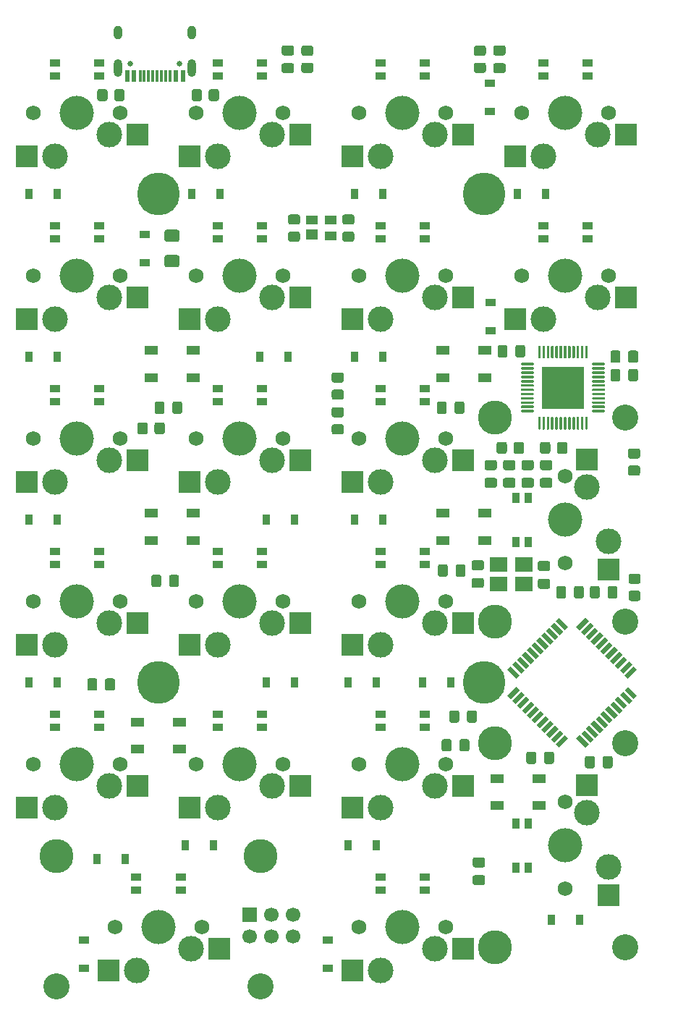
<source format=gbr>
%TF.GenerationSoftware,KiCad,Pcbnew,(5.1.9)-1*%
%TF.CreationDate,2021-06-12T17:38:07+02:00*%
%TF.ProjectId,tfk20-avr,74666b32-302d-4617-9672-2e6b69636164,rev?*%
%TF.SameCoordinates,Original*%
%TF.FileFunction,Soldermask,Bot*%
%TF.FilePolarity,Negative*%
%FSLAX46Y46*%
G04 Gerber Fmt 4.6, Leading zero omitted, Abs format (unit mm)*
G04 Created by KiCad (PCBNEW (5.1.9)-1) date 2021-06-12 17:38:07*
%MOMM*%
%LPD*%
G01*
G04 APERTURE LIST*
%ADD10C,3.000000*%
%ADD11C,4.000000*%
%ADD12C,1.750000*%
%ADD13R,2.550000X2.500000*%
%ADD14R,1.500000X1.000000*%
%ADD15C,0.100000*%
%ADD16R,1.190000X0.900000*%
%ADD17O,1.000000X1.600000*%
%ADD18C,0.650000*%
%ADD19O,1.000000X2.100000*%
%ADD20R,0.300000X1.450000*%
%ADD21R,0.600000X1.450000*%
%ADD22C,5.000000*%
%ADD23R,2.100000X1.800000*%
%ADD24R,5.000000X5.000000*%
%ADD25R,2.500000X2.550000*%
%ADD26C,1.700000*%
%ADD27R,1.700000X1.700000*%
%ADD28C,3.987800*%
%ADD29C,3.048000*%
%ADD30R,0.900000X1.190000*%
%ADD31R,0.900000X1.200000*%
%ADD32R,1.200000X0.900000*%
%ADD33R,1.400000X1.200000*%
%ADD34R,1.400000X1.000000*%
G04 APERTURE END LIST*
D10*
%TO.C,MX10*%
X139541250Y-89058750D03*
X133191250Y-91598750D03*
D11*
X135731250Y-86518750D03*
D12*
X140811250Y-86518750D03*
X130651250Y-86518750D03*
D13*
X142816250Y-89058750D03*
X129889250Y-91598750D03*
%TD*%
%TO.C,R1*%
G36*
G01*
X126949000Y-84893999D02*
X126949000Y-85794001D01*
G75*
G02*
X126699001Y-86044000I-249999J0D01*
G01*
X125998999Y-86044000D01*
G75*
G02*
X125749000Y-85794001I0J249999D01*
G01*
X125749000Y-84893999D01*
G75*
G02*
X125998999Y-84644000I249999J0D01*
G01*
X126699001Y-84644000D01*
G75*
G02*
X126949000Y-84893999I0J-249999D01*
G01*
G37*
G36*
G01*
X124949000Y-84893999D02*
X124949000Y-85794001D01*
G75*
G02*
X124699001Y-86044000I-249999J0D01*
G01*
X123998999Y-86044000D01*
G75*
G02*
X123749000Y-85794001I0J249999D01*
G01*
X123749000Y-84893999D01*
G75*
G02*
X123998999Y-84644000I249999J0D01*
G01*
X124699001Y-84644000D01*
G75*
G02*
X124949000Y-84893999I0J-249999D01*
G01*
G37*
%TD*%
D14*
%TO.C,D30*%
X159475000Y-98437500D03*
X159475000Y-95237500D03*
X164375000Y-98437500D03*
X164375000Y-95237500D03*
%TD*%
%TO.C,D29*%
X159475000Y-79387500D03*
X159475000Y-76187500D03*
X164375000Y-79387500D03*
X164375000Y-76187500D03*
%TD*%
%TO.C,D28*%
X125343750Y-79387500D03*
X125343750Y-76187500D03*
X130243750Y-79387500D03*
X130243750Y-76187500D03*
%TD*%
%TO.C,D27*%
X125343750Y-98437500D03*
X125343750Y-95237500D03*
X130243750Y-98437500D03*
X130243750Y-95237500D03*
%TD*%
%TO.C,D26*%
X123788000Y-122885000D03*
X123788000Y-119685000D03*
X128688000Y-122885000D03*
X128688000Y-119685000D03*
%TD*%
%TO.C,D25*%
X165825000Y-129489000D03*
X165825000Y-126289000D03*
X170725000Y-129489000D03*
X170725000Y-126289000D03*
%TD*%
%TO.C,C16*%
G36*
G01*
X160978000Y-102456000D02*
X160978000Y-101506000D01*
G75*
G02*
X161228000Y-101256000I250000J0D01*
G01*
X161903000Y-101256000D01*
G75*
G02*
X162153000Y-101506000I0J-250000D01*
G01*
X162153000Y-102456000D01*
G75*
G02*
X161903000Y-102706000I-250000J0D01*
G01*
X161228000Y-102706000D01*
G75*
G02*
X160978000Y-102456000I0J250000D01*
G01*
G37*
G36*
G01*
X158903000Y-102456000D02*
X158903000Y-101506000D01*
G75*
G02*
X159153000Y-101256000I250000J0D01*
G01*
X159828000Y-101256000D01*
G75*
G02*
X160078000Y-101506000I0J-250000D01*
G01*
X160078000Y-102456000D01*
G75*
G02*
X159828000Y-102706000I-250000J0D01*
G01*
X159153000Y-102706000D01*
G75*
G02*
X158903000Y-102456000I0J250000D01*
G01*
G37*
%TD*%
%TO.C,C15*%
G36*
G01*
X160851000Y-83406000D02*
X160851000Y-82456000D01*
G75*
G02*
X161101000Y-82206000I250000J0D01*
G01*
X161776000Y-82206000D01*
G75*
G02*
X162026000Y-82456000I0J-250000D01*
G01*
X162026000Y-83406000D01*
G75*
G02*
X161776000Y-83656000I-250000J0D01*
G01*
X161101000Y-83656000D01*
G75*
G02*
X160851000Y-83406000I0J250000D01*
G01*
G37*
G36*
G01*
X158776000Y-83406000D02*
X158776000Y-82456000D01*
G75*
G02*
X159026000Y-82206000I250000J0D01*
G01*
X159701000Y-82206000D01*
G75*
G02*
X159951000Y-82456000I0J-250000D01*
G01*
X159951000Y-83406000D01*
G75*
G02*
X159701000Y-83656000I-250000J0D01*
G01*
X159026000Y-83656000D01*
G75*
G02*
X158776000Y-83406000I0J250000D01*
G01*
G37*
%TD*%
%TO.C,C14*%
G36*
G01*
X127831000Y-83406000D02*
X127831000Y-82456000D01*
G75*
G02*
X128081000Y-82206000I250000J0D01*
G01*
X128756000Y-82206000D01*
G75*
G02*
X129006000Y-82456000I0J-250000D01*
G01*
X129006000Y-83406000D01*
G75*
G02*
X128756000Y-83656000I-250000J0D01*
G01*
X128081000Y-83656000D01*
G75*
G02*
X127831000Y-83406000I0J250000D01*
G01*
G37*
G36*
G01*
X125756000Y-83406000D02*
X125756000Y-82456000D01*
G75*
G02*
X126006000Y-82206000I250000J0D01*
G01*
X126681000Y-82206000D01*
G75*
G02*
X126931000Y-82456000I0J-250000D01*
G01*
X126931000Y-83406000D01*
G75*
G02*
X126681000Y-83656000I-250000J0D01*
G01*
X126006000Y-83656000D01*
G75*
G02*
X125756000Y-83406000I0J250000D01*
G01*
G37*
%TD*%
%TO.C,C13*%
G36*
G01*
X127450000Y-103662500D02*
X127450000Y-102712500D01*
G75*
G02*
X127700000Y-102462500I250000J0D01*
G01*
X128375000Y-102462500D01*
G75*
G02*
X128625000Y-102712500I0J-250000D01*
G01*
X128625000Y-103662500D01*
G75*
G02*
X128375000Y-103912500I-250000J0D01*
G01*
X127700000Y-103912500D01*
G75*
G02*
X127450000Y-103662500I0J250000D01*
G01*
G37*
G36*
G01*
X125375000Y-103662500D02*
X125375000Y-102712500D01*
G75*
G02*
X125625000Y-102462500I250000J0D01*
G01*
X126300000Y-102462500D01*
G75*
G02*
X126550000Y-102712500I0J-250000D01*
G01*
X126550000Y-103662500D01*
G75*
G02*
X126300000Y-103912500I-250000J0D01*
G01*
X125625000Y-103912500D01*
G75*
G02*
X125375000Y-103662500I0J250000D01*
G01*
G37*
%TD*%
%TO.C,C12*%
G36*
G01*
X119057000Y-114841000D02*
X119057000Y-115791000D01*
G75*
G02*
X118807000Y-116041000I-250000J0D01*
G01*
X118132000Y-116041000D01*
G75*
G02*
X117882000Y-115791000I0J250000D01*
G01*
X117882000Y-114841000D01*
G75*
G02*
X118132000Y-114591000I250000J0D01*
G01*
X118807000Y-114591000D01*
G75*
G02*
X119057000Y-114841000I0J-250000D01*
G01*
G37*
G36*
G01*
X121132000Y-114841000D02*
X121132000Y-115791000D01*
G75*
G02*
X120882000Y-116041000I-250000J0D01*
G01*
X120207000Y-116041000D01*
G75*
G02*
X119957000Y-115791000I0J250000D01*
G01*
X119957000Y-114841000D01*
G75*
G02*
X120207000Y-114591000I250000J0D01*
G01*
X120882000Y-114591000D01*
G75*
G02*
X121132000Y-114841000I0J-250000D01*
G01*
G37*
%TD*%
%TO.C,C11*%
G36*
G01*
X163228000Y-137610000D02*
X164178000Y-137610000D01*
G75*
G02*
X164428000Y-137860000I0J-250000D01*
G01*
X164428000Y-138535000D01*
G75*
G02*
X164178000Y-138785000I-250000J0D01*
G01*
X163228000Y-138785000D01*
G75*
G02*
X162978000Y-138535000I0J250000D01*
G01*
X162978000Y-137860000D01*
G75*
G02*
X163228000Y-137610000I250000J0D01*
G01*
G37*
G36*
G01*
X163228000Y-135535000D02*
X164178000Y-135535000D01*
G75*
G02*
X164428000Y-135785000I0J-250000D01*
G01*
X164428000Y-136460000D01*
G75*
G02*
X164178000Y-136710000I-250000J0D01*
G01*
X163228000Y-136710000D01*
G75*
G02*
X162978000Y-136460000I0J250000D01*
G01*
X162978000Y-135785000D01*
G75*
G02*
X163228000Y-135535000I250000J0D01*
G01*
G37*
%TD*%
D15*
%TO.C,U1*%
G36*
X173087042Y-122677470D02*
G01*
X172698134Y-122288562D01*
X173758794Y-121227902D01*
X174147702Y-121616810D01*
X173087042Y-122677470D01*
G37*
G36*
X172521357Y-122111784D02*
G01*
X172132449Y-121722876D01*
X173193109Y-120662216D01*
X173582017Y-121051124D01*
X172521357Y-122111784D01*
G37*
G36*
X171955672Y-121546099D02*
G01*
X171566764Y-121157191D01*
X172627424Y-120096531D01*
X173016332Y-120485439D01*
X171955672Y-121546099D01*
G37*
G36*
X171389986Y-120980414D02*
G01*
X171001078Y-120591506D01*
X172061738Y-119530846D01*
X172450646Y-119919754D01*
X171389986Y-120980414D01*
G37*
G36*
X170824301Y-120414728D02*
G01*
X170435393Y-120025820D01*
X171496053Y-118965160D01*
X171884961Y-119354068D01*
X170824301Y-120414728D01*
G37*
G36*
X170258615Y-119849043D02*
G01*
X169869707Y-119460135D01*
X170930367Y-118399475D01*
X171319275Y-118788383D01*
X170258615Y-119849043D01*
G37*
G36*
X169692930Y-119283357D02*
G01*
X169304022Y-118894449D01*
X170364682Y-117833789D01*
X170753590Y-118222697D01*
X169692930Y-119283357D01*
G37*
G36*
X169127244Y-118717672D02*
G01*
X168738336Y-118328764D01*
X169798996Y-117268104D01*
X170187904Y-117657012D01*
X169127244Y-118717672D01*
G37*
G36*
X168561559Y-118151986D02*
G01*
X168172651Y-117763078D01*
X169233311Y-116702418D01*
X169622219Y-117091326D01*
X168561559Y-118151986D01*
G37*
G36*
X167995874Y-117586301D02*
G01*
X167606966Y-117197393D01*
X168667626Y-116136733D01*
X169056534Y-116525641D01*
X167995874Y-117586301D01*
G37*
G36*
X167430188Y-117020616D02*
G01*
X167041280Y-116631708D01*
X168101940Y-115571048D01*
X168490848Y-115959956D01*
X167430188Y-117020616D01*
G37*
G36*
X167041280Y-113555792D02*
G01*
X167430188Y-113166884D01*
X168490848Y-114227544D01*
X168101940Y-114616452D01*
X167041280Y-113555792D01*
G37*
G36*
X167606966Y-112990107D02*
G01*
X167995874Y-112601199D01*
X169056534Y-113661859D01*
X168667626Y-114050767D01*
X167606966Y-112990107D01*
G37*
G36*
X168172651Y-112424422D02*
G01*
X168561559Y-112035514D01*
X169622219Y-113096174D01*
X169233311Y-113485082D01*
X168172651Y-112424422D01*
G37*
G36*
X168738336Y-111858736D02*
G01*
X169127244Y-111469828D01*
X170187904Y-112530488D01*
X169798996Y-112919396D01*
X168738336Y-111858736D01*
G37*
G36*
X169304022Y-111293051D02*
G01*
X169692930Y-110904143D01*
X170753590Y-111964803D01*
X170364682Y-112353711D01*
X169304022Y-111293051D01*
G37*
G36*
X169869707Y-110727365D02*
G01*
X170258615Y-110338457D01*
X171319275Y-111399117D01*
X170930367Y-111788025D01*
X169869707Y-110727365D01*
G37*
G36*
X170435393Y-110161680D02*
G01*
X170824301Y-109772772D01*
X171884961Y-110833432D01*
X171496053Y-111222340D01*
X170435393Y-110161680D01*
G37*
G36*
X171001078Y-109595994D02*
G01*
X171389986Y-109207086D01*
X172450646Y-110267746D01*
X172061738Y-110656654D01*
X171001078Y-109595994D01*
G37*
G36*
X171566764Y-109030309D02*
G01*
X171955672Y-108641401D01*
X173016332Y-109702061D01*
X172627424Y-110090969D01*
X171566764Y-109030309D01*
G37*
G36*
X172132449Y-108464624D02*
G01*
X172521357Y-108075716D01*
X173582017Y-109136376D01*
X173193109Y-109525284D01*
X172132449Y-108464624D01*
G37*
G36*
X172698134Y-107898938D02*
G01*
X173087042Y-107510030D01*
X174147702Y-108570690D01*
X173758794Y-108959598D01*
X172698134Y-107898938D01*
G37*
G36*
X175491206Y-108959598D02*
G01*
X175102298Y-108570690D01*
X176162958Y-107510030D01*
X176551866Y-107898938D01*
X175491206Y-108959598D01*
G37*
G36*
X176056891Y-109525284D02*
G01*
X175667983Y-109136376D01*
X176728643Y-108075716D01*
X177117551Y-108464624D01*
X176056891Y-109525284D01*
G37*
G36*
X176622576Y-110090969D02*
G01*
X176233668Y-109702061D01*
X177294328Y-108641401D01*
X177683236Y-109030309D01*
X176622576Y-110090969D01*
G37*
G36*
X177188262Y-110656654D02*
G01*
X176799354Y-110267746D01*
X177860014Y-109207086D01*
X178248922Y-109595994D01*
X177188262Y-110656654D01*
G37*
G36*
X177753947Y-111222340D02*
G01*
X177365039Y-110833432D01*
X178425699Y-109772772D01*
X178814607Y-110161680D01*
X177753947Y-111222340D01*
G37*
G36*
X178319633Y-111788025D02*
G01*
X177930725Y-111399117D01*
X178991385Y-110338457D01*
X179380293Y-110727365D01*
X178319633Y-111788025D01*
G37*
G36*
X178885318Y-112353711D02*
G01*
X178496410Y-111964803D01*
X179557070Y-110904143D01*
X179945978Y-111293051D01*
X178885318Y-112353711D01*
G37*
G36*
X179451004Y-112919396D02*
G01*
X179062096Y-112530488D01*
X180122756Y-111469828D01*
X180511664Y-111858736D01*
X179451004Y-112919396D01*
G37*
G36*
X180016689Y-113485082D02*
G01*
X179627781Y-113096174D01*
X180688441Y-112035514D01*
X181077349Y-112424422D01*
X180016689Y-113485082D01*
G37*
G36*
X180582374Y-114050767D02*
G01*
X180193466Y-113661859D01*
X181254126Y-112601199D01*
X181643034Y-112990107D01*
X180582374Y-114050767D01*
G37*
G36*
X181148060Y-114616452D02*
G01*
X180759152Y-114227544D01*
X181819812Y-113166884D01*
X182208720Y-113555792D01*
X181148060Y-114616452D01*
G37*
G36*
X180759152Y-115959956D02*
G01*
X181148060Y-115571048D01*
X182208720Y-116631708D01*
X181819812Y-117020616D01*
X180759152Y-115959956D01*
G37*
G36*
X180193466Y-116525641D02*
G01*
X180582374Y-116136733D01*
X181643034Y-117197393D01*
X181254126Y-117586301D01*
X180193466Y-116525641D01*
G37*
G36*
X179627781Y-117091326D02*
G01*
X180016689Y-116702418D01*
X181077349Y-117763078D01*
X180688441Y-118151986D01*
X179627781Y-117091326D01*
G37*
G36*
X179062096Y-117657012D02*
G01*
X179451004Y-117268104D01*
X180511664Y-118328764D01*
X180122756Y-118717672D01*
X179062096Y-117657012D01*
G37*
G36*
X178496410Y-118222697D02*
G01*
X178885318Y-117833789D01*
X179945978Y-118894449D01*
X179557070Y-119283357D01*
X178496410Y-118222697D01*
G37*
G36*
X177930725Y-118788383D02*
G01*
X178319633Y-118399475D01*
X179380293Y-119460135D01*
X178991385Y-119849043D01*
X177930725Y-118788383D01*
G37*
G36*
X177365039Y-119354068D02*
G01*
X177753947Y-118965160D01*
X178814607Y-120025820D01*
X178425699Y-120414728D01*
X177365039Y-119354068D01*
G37*
G36*
X176799354Y-119919754D02*
G01*
X177188262Y-119530846D01*
X178248922Y-120591506D01*
X177860014Y-120980414D01*
X176799354Y-119919754D01*
G37*
G36*
X176233668Y-120485439D02*
G01*
X176622576Y-120096531D01*
X177683236Y-121157191D01*
X177294328Y-121546099D01*
X176233668Y-120485439D01*
G37*
G36*
X175667983Y-121051124D02*
G01*
X176056891Y-120662216D01*
X177117551Y-121722876D01*
X176728643Y-122111784D01*
X175667983Y-121051124D01*
G37*
G36*
X175102298Y-121616810D02*
G01*
X175491206Y-121227902D01*
X176551866Y-122288562D01*
X176162958Y-122677470D01*
X175102298Y-121616810D01*
G37*
%TD*%
D16*
%TO.C,D31*%
X119276250Y-42588750D03*
X114086250Y-44088750D03*
X114086250Y-42588750D03*
X119276250Y-44088750D03*
%TD*%
%TO.C,D36*%
X138326250Y-63138750D03*
X133136250Y-61638750D03*
X133136250Y-63138750D03*
X138326250Y-61638750D03*
%TD*%
D17*
%TO.C,J1*%
X130129375Y-39034375D03*
D18*
X128699375Y-42684375D03*
D17*
X121489375Y-39034375D03*
D18*
X122919375Y-42684375D03*
D19*
X121489375Y-43214375D03*
X130129375Y-43214375D03*
D20*
X125559375Y-44129375D03*
X127559375Y-44129375D03*
X127059375Y-44129375D03*
X126559375Y-44129375D03*
X126059375Y-44129375D03*
X125059375Y-44129375D03*
X124559375Y-44129375D03*
X124059375Y-44129375D03*
D21*
X129059375Y-44129375D03*
X128259375Y-44129375D03*
X123359375Y-44129375D03*
X122559375Y-44129375D03*
X122559375Y-44129375D03*
X123359375Y-44129375D03*
X128259375Y-44129375D03*
X129059375Y-44129375D03*
%TD*%
D22*
%TO.C,H3*%
X126206250Y-115093750D03*
%TD*%
D23*
%TO.C,Y1*%
X168931250Y-103543750D03*
X166031250Y-103543750D03*
X166031250Y-101243750D03*
X168931250Y-101243750D03*
%TD*%
%TO.C,U2*%
G36*
G01*
X168645500Y-83406500D02*
X168645500Y-83256500D01*
G75*
G02*
X168720500Y-83181500I75000J0D01*
G01*
X170045500Y-83181500D01*
G75*
G02*
X170120500Y-83256500I0J-75000D01*
G01*
X170120500Y-83406500D01*
G75*
G02*
X170045500Y-83481500I-75000J0D01*
G01*
X168720500Y-83481500D01*
G75*
G02*
X168645500Y-83406500I0J75000D01*
G01*
G37*
G36*
G01*
X168645500Y-82906500D02*
X168645500Y-82756500D01*
G75*
G02*
X168720500Y-82681500I75000J0D01*
G01*
X170045500Y-82681500D01*
G75*
G02*
X170120500Y-82756500I0J-75000D01*
G01*
X170120500Y-82906500D01*
G75*
G02*
X170045500Y-82981500I-75000J0D01*
G01*
X168720500Y-82981500D01*
G75*
G02*
X168645500Y-82906500I0J75000D01*
G01*
G37*
G36*
G01*
X168645500Y-82406500D02*
X168645500Y-82256500D01*
G75*
G02*
X168720500Y-82181500I75000J0D01*
G01*
X170045500Y-82181500D01*
G75*
G02*
X170120500Y-82256500I0J-75000D01*
G01*
X170120500Y-82406500D01*
G75*
G02*
X170045500Y-82481500I-75000J0D01*
G01*
X168720500Y-82481500D01*
G75*
G02*
X168645500Y-82406500I0J75000D01*
G01*
G37*
G36*
G01*
X168645500Y-81906500D02*
X168645500Y-81756500D01*
G75*
G02*
X168720500Y-81681500I75000J0D01*
G01*
X170045500Y-81681500D01*
G75*
G02*
X170120500Y-81756500I0J-75000D01*
G01*
X170120500Y-81906500D01*
G75*
G02*
X170045500Y-81981500I-75000J0D01*
G01*
X168720500Y-81981500D01*
G75*
G02*
X168645500Y-81906500I0J75000D01*
G01*
G37*
G36*
G01*
X168645500Y-81406500D02*
X168645500Y-81256500D01*
G75*
G02*
X168720500Y-81181500I75000J0D01*
G01*
X170045500Y-81181500D01*
G75*
G02*
X170120500Y-81256500I0J-75000D01*
G01*
X170120500Y-81406500D01*
G75*
G02*
X170045500Y-81481500I-75000J0D01*
G01*
X168720500Y-81481500D01*
G75*
G02*
X168645500Y-81406500I0J75000D01*
G01*
G37*
G36*
G01*
X168645500Y-80906500D02*
X168645500Y-80756500D01*
G75*
G02*
X168720500Y-80681500I75000J0D01*
G01*
X170045500Y-80681500D01*
G75*
G02*
X170120500Y-80756500I0J-75000D01*
G01*
X170120500Y-80906500D01*
G75*
G02*
X170045500Y-80981500I-75000J0D01*
G01*
X168720500Y-80981500D01*
G75*
G02*
X168645500Y-80906500I0J75000D01*
G01*
G37*
G36*
G01*
X168645500Y-80406500D02*
X168645500Y-80256500D01*
G75*
G02*
X168720500Y-80181500I75000J0D01*
G01*
X170045500Y-80181500D01*
G75*
G02*
X170120500Y-80256500I0J-75000D01*
G01*
X170120500Y-80406500D01*
G75*
G02*
X170045500Y-80481500I-75000J0D01*
G01*
X168720500Y-80481500D01*
G75*
G02*
X168645500Y-80406500I0J75000D01*
G01*
G37*
G36*
G01*
X168645500Y-79906500D02*
X168645500Y-79756500D01*
G75*
G02*
X168720500Y-79681500I75000J0D01*
G01*
X170045500Y-79681500D01*
G75*
G02*
X170120500Y-79756500I0J-75000D01*
G01*
X170120500Y-79906500D01*
G75*
G02*
X170045500Y-79981500I-75000J0D01*
G01*
X168720500Y-79981500D01*
G75*
G02*
X168645500Y-79906500I0J75000D01*
G01*
G37*
G36*
G01*
X168645500Y-79406500D02*
X168645500Y-79256500D01*
G75*
G02*
X168720500Y-79181500I75000J0D01*
G01*
X170045500Y-79181500D01*
G75*
G02*
X170120500Y-79256500I0J-75000D01*
G01*
X170120500Y-79406500D01*
G75*
G02*
X170045500Y-79481500I-75000J0D01*
G01*
X168720500Y-79481500D01*
G75*
G02*
X168645500Y-79406500I0J75000D01*
G01*
G37*
G36*
G01*
X168645500Y-78906500D02*
X168645500Y-78756500D01*
G75*
G02*
X168720500Y-78681500I75000J0D01*
G01*
X170045500Y-78681500D01*
G75*
G02*
X170120500Y-78756500I0J-75000D01*
G01*
X170120500Y-78906500D01*
G75*
G02*
X170045500Y-78981500I-75000J0D01*
G01*
X168720500Y-78981500D01*
G75*
G02*
X168645500Y-78906500I0J75000D01*
G01*
G37*
G36*
G01*
X168645500Y-78406500D02*
X168645500Y-78256500D01*
G75*
G02*
X168720500Y-78181500I75000J0D01*
G01*
X170045500Y-78181500D01*
G75*
G02*
X170120500Y-78256500I0J-75000D01*
G01*
X170120500Y-78406500D01*
G75*
G02*
X170045500Y-78481500I-75000J0D01*
G01*
X168720500Y-78481500D01*
G75*
G02*
X168645500Y-78406500I0J75000D01*
G01*
G37*
G36*
G01*
X168645500Y-77906500D02*
X168645500Y-77756500D01*
G75*
G02*
X168720500Y-77681500I75000J0D01*
G01*
X170045500Y-77681500D01*
G75*
G02*
X170120500Y-77756500I0J-75000D01*
G01*
X170120500Y-77906500D01*
G75*
G02*
X170045500Y-77981500I-75000J0D01*
G01*
X168720500Y-77981500D01*
G75*
G02*
X168645500Y-77906500I0J75000D01*
G01*
G37*
G36*
G01*
X170645500Y-77081500D02*
X170645500Y-75756500D01*
G75*
G02*
X170720500Y-75681500I75000J0D01*
G01*
X170870500Y-75681500D01*
G75*
G02*
X170945500Y-75756500I0J-75000D01*
G01*
X170945500Y-77081500D01*
G75*
G02*
X170870500Y-77156500I-75000J0D01*
G01*
X170720500Y-77156500D01*
G75*
G02*
X170645500Y-77081500I0J75000D01*
G01*
G37*
G36*
G01*
X171145500Y-77081500D02*
X171145500Y-75756500D01*
G75*
G02*
X171220500Y-75681500I75000J0D01*
G01*
X171370500Y-75681500D01*
G75*
G02*
X171445500Y-75756500I0J-75000D01*
G01*
X171445500Y-77081500D01*
G75*
G02*
X171370500Y-77156500I-75000J0D01*
G01*
X171220500Y-77156500D01*
G75*
G02*
X171145500Y-77081500I0J75000D01*
G01*
G37*
G36*
G01*
X171645500Y-77081500D02*
X171645500Y-75756500D01*
G75*
G02*
X171720500Y-75681500I75000J0D01*
G01*
X171870500Y-75681500D01*
G75*
G02*
X171945500Y-75756500I0J-75000D01*
G01*
X171945500Y-77081500D01*
G75*
G02*
X171870500Y-77156500I-75000J0D01*
G01*
X171720500Y-77156500D01*
G75*
G02*
X171645500Y-77081500I0J75000D01*
G01*
G37*
G36*
G01*
X172145500Y-77081500D02*
X172145500Y-75756500D01*
G75*
G02*
X172220500Y-75681500I75000J0D01*
G01*
X172370500Y-75681500D01*
G75*
G02*
X172445500Y-75756500I0J-75000D01*
G01*
X172445500Y-77081500D01*
G75*
G02*
X172370500Y-77156500I-75000J0D01*
G01*
X172220500Y-77156500D01*
G75*
G02*
X172145500Y-77081500I0J75000D01*
G01*
G37*
G36*
G01*
X172645500Y-77081500D02*
X172645500Y-75756500D01*
G75*
G02*
X172720500Y-75681500I75000J0D01*
G01*
X172870500Y-75681500D01*
G75*
G02*
X172945500Y-75756500I0J-75000D01*
G01*
X172945500Y-77081500D01*
G75*
G02*
X172870500Y-77156500I-75000J0D01*
G01*
X172720500Y-77156500D01*
G75*
G02*
X172645500Y-77081500I0J75000D01*
G01*
G37*
G36*
G01*
X173145500Y-77081500D02*
X173145500Y-75756500D01*
G75*
G02*
X173220500Y-75681500I75000J0D01*
G01*
X173370500Y-75681500D01*
G75*
G02*
X173445500Y-75756500I0J-75000D01*
G01*
X173445500Y-77081500D01*
G75*
G02*
X173370500Y-77156500I-75000J0D01*
G01*
X173220500Y-77156500D01*
G75*
G02*
X173145500Y-77081500I0J75000D01*
G01*
G37*
G36*
G01*
X173645500Y-77081500D02*
X173645500Y-75756500D01*
G75*
G02*
X173720500Y-75681500I75000J0D01*
G01*
X173870500Y-75681500D01*
G75*
G02*
X173945500Y-75756500I0J-75000D01*
G01*
X173945500Y-77081500D01*
G75*
G02*
X173870500Y-77156500I-75000J0D01*
G01*
X173720500Y-77156500D01*
G75*
G02*
X173645500Y-77081500I0J75000D01*
G01*
G37*
G36*
G01*
X174145500Y-77081500D02*
X174145500Y-75756500D01*
G75*
G02*
X174220500Y-75681500I75000J0D01*
G01*
X174370500Y-75681500D01*
G75*
G02*
X174445500Y-75756500I0J-75000D01*
G01*
X174445500Y-77081500D01*
G75*
G02*
X174370500Y-77156500I-75000J0D01*
G01*
X174220500Y-77156500D01*
G75*
G02*
X174145500Y-77081500I0J75000D01*
G01*
G37*
G36*
G01*
X174645500Y-77081500D02*
X174645500Y-75756500D01*
G75*
G02*
X174720500Y-75681500I75000J0D01*
G01*
X174870500Y-75681500D01*
G75*
G02*
X174945500Y-75756500I0J-75000D01*
G01*
X174945500Y-77081500D01*
G75*
G02*
X174870500Y-77156500I-75000J0D01*
G01*
X174720500Y-77156500D01*
G75*
G02*
X174645500Y-77081500I0J75000D01*
G01*
G37*
G36*
G01*
X175145500Y-77081500D02*
X175145500Y-75756500D01*
G75*
G02*
X175220500Y-75681500I75000J0D01*
G01*
X175370500Y-75681500D01*
G75*
G02*
X175445500Y-75756500I0J-75000D01*
G01*
X175445500Y-77081500D01*
G75*
G02*
X175370500Y-77156500I-75000J0D01*
G01*
X175220500Y-77156500D01*
G75*
G02*
X175145500Y-77081500I0J75000D01*
G01*
G37*
G36*
G01*
X175645500Y-77081500D02*
X175645500Y-75756500D01*
G75*
G02*
X175720500Y-75681500I75000J0D01*
G01*
X175870500Y-75681500D01*
G75*
G02*
X175945500Y-75756500I0J-75000D01*
G01*
X175945500Y-77081500D01*
G75*
G02*
X175870500Y-77156500I-75000J0D01*
G01*
X175720500Y-77156500D01*
G75*
G02*
X175645500Y-77081500I0J75000D01*
G01*
G37*
G36*
G01*
X176145500Y-77081500D02*
X176145500Y-75756500D01*
G75*
G02*
X176220500Y-75681500I75000J0D01*
G01*
X176370500Y-75681500D01*
G75*
G02*
X176445500Y-75756500I0J-75000D01*
G01*
X176445500Y-77081500D01*
G75*
G02*
X176370500Y-77156500I-75000J0D01*
G01*
X176220500Y-77156500D01*
G75*
G02*
X176145500Y-77081500I0J75000D01*
G01*
G37*
G36*
G01*
X176970500Y-77906500D02*
X176970500Y-77756500D01*
G75*
G02*
X177045500Y-77681500I75000J0D01*
G01*
X178370500Y-77681500D01*
G75*
G02*
X178445500Y-77756500I0J-75000D01*
G01*
X178445500Y-77906500D01*
G75*
G02*
X178370500Y-77981500I-75000J0D01*
G01*
X177045500Y-77981500D01*
G75*
G02*
X176970500Y-77906500I0J75000D01*
G01*
G37*
G36*
G01*
X176970500Y-78406500D02*
X176970500Y-78256500D01*
G75*
G02*
X177045500Y-78181500I75000J0D01*
G01*
X178370500Y-78181500D01*
G75*
G02*
X178445500Y-78256500I0J-75000D01*
G01*
X178445500Y-78406500D01*
G75*
G02*
X178370500Y-78481500I-75000J0D01*
G01*
X177045500Y-78481500D01*
G75*
G02*
X176970500Y-78406500I0J75000D01*
G01*
G37*
G36*
G01*
X176970500Y-78906500D02*
X176970500Y-78756500D01*
G75*
G02*
X177045500Y-78681500I75000J0D01*
G01*
X178370500Y-78681500D01*
G75*
G02*
X178445500Y-78756500I0J-75000D01*
G01*
X178445500Y-78906500D01*
G75*
G02*
X178370500Y-78981500I-75000J0D01*
G01*
X177045500Y-78981500D01*
G75*
G02*
X176970500Y-78906500I0J75000D01*
G01*
G37*
G36*
G01*
X176970500Y-79406500D02*
X176970500Y-79256500D01*
G75*
G02*
X177045500Y-79181500I75000J0D01*
G01*
X178370500Y-79181500D01*
G75*
G02*
X178445500Y-79256500I0J-75000D01*
G01*
X178445500Y-79406500D01*
G75*
G02*
X178370500Y-79481500I-75000J0D01*
G01*
X177045500Y-79481500D01*
G75*
G02*
X176970500Y-79406500I0J75000D01*
G01*
G37*
G36*
G01*
X176970500Y-79906500D02*
X176970500Y-79756500D01*
G75*
G02*
X177045500Y-79681500I75000J0D01*
G01*
X178370500Y-79681500D01*
G75*
G02*
X178445500Y-79756500I0J-75000D01*
G01*
X178445500Y-79906500D01*
G75*
G02*
X178370500Y-79981500I-75000J0D01*
G01*
X177045500Y-79981500D01*
G75*
G02*
X176970500Y-79906500I0J75000D01*
G01*
G37*
G36*
G01*
X176970500Y-80406500D02*
X176970500Y-80256500D01*
G75*
G02*
X177045500Y-80181500I75000J0D01*
G01*
X178370500Y-80181500D01*
G75*
G02*
X178445500Y-80256500I0J-75000D01*
G01*
X178445500Y-80406500D01*
G75*
G02*
X178370500Y-80481500I-75000J0D01*
G01*
X177045500Y-80481500D01*
G75*
G02*
X176970500Y-80406500I0J75000D01*
G01*
G37*
G36*
G01*
X176970500Y-80906500D02*
X176970500Y-80756500D01*
G75*
G02*
X177045500Y-80681500I75000J0D01*
G01*
X178370500Y-80681500D01*
G75*
G02*
X178445500Y-80756500I0J-75000D01*
G01*
X178445500Y-80906500D01*
G75*
G02*
X178370500Y-80981500I-75000J0D01*
G01*
X177045500Y-80981500D01*
G75*
G02*
X176970500Y-80906500I0J75000D01*
G01*
G37*
G36*
G01*
X176970500Y-81406500D02*
X176970500Y-81256500D01*
G75*
G02*
X177045500Y-81181500I75000J0D01*
G01*
X178370500Y-81181500D01*
G75*
G02*
X178445500Y-81256500I0J-75000D01*
G01*
X178445500Y-81406500D01*
G75*
G02*
X178370500Y-81481500I-75000J0D01*
G01*
X177045500Y-81481500D01*
G75*
G02*
X176970500Y-81406500I0J75000D01*
G01*
G37*
G36*
G01*
X176970500Y-81906500D02*
X176970500Y-81756500D01*
G75*
G02*
X177045500Y-81681500I75000J0D01*
G01*
X178370500Y-81681500D01*
G75*
G02*
X178445500Y-81756500I0J-75000D01*
G01*
X178445500Y-81906500D01*
G75*
G02*
X178370500Y-81981500I-75000J0D01*
G01*
X177045500Y-81981500D01*
G75*
G02*
X176970500Y-81906500I0J75000D01*
G01*
G37*
G36*
G01*
X176970500Y-82406500D02*
X176970500Y-82256500D01*
G75*
G02*
X177045500Y-82181500I75000J0D01*
G01*
X178370500Y-82181500D01*
G75*
G02*
X178445500Y-82256500I0J-75000D01*
G01*
X178445500Y-82406500D01*
G75*
G02*
X178370500Y-82481500I-75000J0D01*
G01*
X177045500Y-82481500D01*
G75*
G02*
X176970500Y-82406500I0J75000D01*
G01*
G37*
G36*
G01*
X176970500Y-82906500D02*
X176970500Y-82756500D01*
G75*
G02*
X177045500Y-82681500I75000J0D01*
G01*
X178370500Y-82681500D01*
G75*
G02*
X178445500Y-82756500I0J-75000D01*
G01*
X178445500Y-82906500D01*
G75*
G02*
X178370500Y-82981500I-75000J0D01*
G01*
X177045500Y-82981500D01*
G75*
G02*
X176970500Y-82906500I0J75000D01*
G01*
G37*
G36*
G01*
X176970500Y-83406500D02*
X176970500Y-83256500D01*
G75*
G02*
X177045500Y-83181500I75000J0D01*
G01*
X178370500Y-83181500D01*
G75*
G02*
X178445500Y-83256500I0J-75000D01*
G01*
X178445500Y-83406500D01*
G75*
G02*
X178370500Y-83481500I-75000J0D01*
G01*
X177045500Y-83481500D01*
G75*
G02*
X176970500Y-83406500I0J75000D01*
G01*
G37*
G36*
G01*
X176145500Y-85406500D02*
X176145500Y-84081500D01*
G75*
G02*
X176220500Y-84006500I75000J0D01*
G01*
X176370500Y-84006500D01*
G75*
G02*
X176445500Y-84081500I0J-75000D01*
G01*
X176445500Y-85406500D01*
G75*
G02*
X176370500Y-85481500I-75000J0D01*
G01*
X176220500Y-85481500D01*
G75*
G02*
X176145500Y-85406500I0J75000D01*
G01*
G37*
G36*
G01*
X175645500Y-85406500D02*
X175645500Y-84081500D01*
G75*
G02*
X175720500Y-84006500I75000J0D01*
G01*
X175870500Y-84006500D01*
G75*
G02*
X175945500Y-84081500I0J-75000D01*
G01*
X175945500Y-85406500D01*
G75*
G02*
X175870500Y-85481500I-75000J0D01*
G01*
X175720500Y-85481500D01*
G75*
G02*
X175645500Y-85406500I0J75000D01*
G01*
G37*
G36*
G01*
X175145500Y-85406500D02*
X175145500Y-84081500D01*
G75*
G02*
X175220500Y-84006500I75000J0D01*
G01*
X175370500Y-84006500D01*
G75*
G02*
X175445500Y-84081500I0J-75000D01*
G01*
X175445500Y-85406500D01*
G75*
G02*
X175370500Y-85481500I-75000J0D01*
G01*
X175220500Y-85481500D01*
G75*
G02*
X175145500Y-85406500I0J75000D01*
G01*
G37*
G36*
G01*
X174645500Y-85406500D02*
X174645500Y-84081500D01*
G75*
G02*
X174720500Y-84006500I75000J0D01*
G01*
X174870500Y-84006500D01*
G75*
G02*
X174945500Y-84081500I0J-75000D01*
G01*
X174945500Y-85406500D01*
G75*
G02*
X174870500Y-85481500I-75000J0D01*
G01*
X174720500Y-85481500D01*
G75*
G02*
X174645500Y-85406500I0J75000D01*
G01*
G37*
G36*
G01*
X174145500Y-85406500D02*
X174145500Y-84081500D01*
G75*
G02*
X174220500Y-84006500I75000J0D01*
G01*
X174370500Y-84006500D01*
G75*
G02*
X174445500Y-84081500I0J-75000D01*
G01*
X174445500Y-85406500D01*
G75*
G02*
X174370500Y-85481500I-75000J0D01*
G01*
X174220500Y-85481500D01*
G75*
G02*
X174145500Y-85406500I0J75000D01*
G01*
G37*
G36*
G01*
X173645500Y-85406500D02*
X173645500Y-84081500D01*
G75*
G02*
X173720500Y-84006500I75000J0D01*
G01*
X173870500Y-84006500D01*
G75*
G02*
X173945500Y-84081500I0J-75000D01*
G01*
X173945500Y-85406500D01*
G75*
G02*
X173870500Y-85481500I-75000J0D01*
G01*
X173720500Y-85481500D01*
G75*
G02*
X173645500Y-85406500I0J75000D01*
G01*
G37*
G36*
G01*
X173145500Y-85406500D02*
X173145500Y-84081500D01*
G75*
G02*
X173220500Y-84006500I75000J0D01*
G01*
X173370500Y-84006500D01*
G75*
G02*
X173445500Y-84081500I0J-75000D01*
G01*
X173445500Y-85406500D01*
G75*
G02*
X173370500Y-85481500I-75000J0D01*
G01*
X173220500Y-85481500D01*
G75*
G02*
X173145500Y-85406500I0J75000D01*
G01*
G37*
G36*
G01*
X172645500Y-85406500D02*
X172645500Y-84081500D01*
G75*
G02*
X172720500Y-84006500I75000J0D01*
G01*
X172870500Y-84006500D01*
G75*
G02*
X172945500Y-84081500I0J-75000D01*
G01*
X172945500Y-85406500D01*
G75*
G02*
X172870500Y-85481500I-75000J0D01*
G01*
X172720500Y-85481500D01*
G75*
G02*
X172645500Y-85406500I0J75000D01*
G01*
G37*
G36*
G01*
X172145500Y-85406500D02*
X172145500Y-84081500D01*
G75*
G02*
X172220500Y-84006500I75000J0D01*
G01*
X172370500Y-84006500D01*
G75*
G02*
X172445500Y-84081500I0J-75000D01*
G01*
X172445500Y-85406500D01*
G75*
G02*
X172370500Y-85481500I-75000J0D01*
G01*
X172220500Y-85481500D01*
G75*
G02*
X172145500Y-85406500I0J75000D01*
G01*
G37*
G36*
G01*
X171645500Y-85406500D02*
X171645500Y-84081500D01*
G75*
G02*
X171720500Y-84006500I75000J0D01*
G01*
X171870500Y-84006500D01*
G75*
G02*
X171945500Y-84081500I0J-75000D01*
G01*
X171945500Y-85406500D01*
G75*
G02*
X171870500Y-85481500I-75000J0D01*
G01*
X171720500Y-85481500D01*
G75*
G02*
X171645500Y-85406500I0J75000D01*
G01*
G37*
G36*
G01*
X171145500Y-85406500D02*
X171145500Y-84081500D01*
G75*
G02*
X171220500Y-84006500I75000J0D01*
G01*
X171370500Y-84006500D01*
G75*
G02*
X171445500Y-84081500I0J-75000D01*
G01*
X171445500Y-85406500D01*
G75*
G02*
X171370500Y-85481500I-75000J0D01*
G01*
X171220500Y-85481500D01*
G75*
G02*
X171145500Y-85406500I0J75000D01*
G01*
G37*
G36*
G01*
X170645500Y-85406500D02*
X170645500Y-84081500D01*
G75*
G02*
X170720500Y-84006500I75000J0D01*
G01*
X170870500Y-84006500D01*
G75*
G02*
X170945500Y-84081500I0J-75000D01*
G01*
X170945500Y-85406500D01*
G75*
G02*
X170870500Y-85481500I-75000J0D01*
G01*
X170720500Y-85481500D01*
G75*
G02*
X170645500Y-85406500I0J75000D01*
G01*
G37*
D24*
X173545500Y-80581500D03*
%TD*%
%TO.C,R13*%
G36*
G01*
X182314001Y-90881000D02*
X181413999Y-90881000D01*
G75*
G02*
X181164000Y-90631001I0J249999D01*
G01*
X181164000Y-89930999D01*
G75*
G02*
X181413999Y-89681000I249999J0D01*
G01*
X182314001Y-89681000D01*
G75*
G02*
X182564000Y-89930999I0J-249999D01*
G01*
X182564000Y-90631001D01*
G75*
G02*
X182314001Y-90881000I-249999J0D01*
G01*
G37*
G36*
G01*
X182314001Y-88881000D02*
X181413999Y-88881000D01*
G75*
G02*
X181164000Y-88631001I0J249999D01*
G01*
X181164000Y-87930999D01*
G75*
G02*
X181413999Y-87681000I249999J0D01*
G01*
X182314001Y-87681000D01*
G75*
G02*
X182564000Y-87930999I0J-249999D01*
G01*
X182564000Y-88631001D01*
G75*
G02*
X182314001Y-88881000I-249999J0D01*
G01*
G37*
%TD*%
%TO.C,R12*%
G36*
G01*
X147643001Y-81991000D02*
X146742999Y-81991000D01*
G75*
G02*
X146493000Y-81741001I0J249999D01*
G01*
X146493000Y-81040999D01*
G75*
G02*
X146742999Y-80791000I249999J0D01*
G01*
X147643001Y-80791000D01*
G75*
G02*
X147893000Y-81040999I0J-249999D01*
G01*
X147893000Y-81741001D01*
G75*
G02*
X147643001Y-81991000I-249999J0D01*
G01*
G37*
G36*
G01*
X147643001Y-79991000D02*
X146742999Y-79991000D01*
G75*
G02*
X146493000Y-79741001I0J249999D01*
G01*
X146493000Y-79040999D01*
G75*
G02*
X146742999Y-78791000I249999J0D01*
G01*
X147643001Y-78791000D01*
G75*
G02*
X147893000Y-79040999I0J-249999D01*
G01*
X147893000Y-79741001D01*
G75*
G02*
X147643001Y-79991000I-249999J0D01*
G01*
G37*
%TD*%
%TO.C,R11*%
G36*
G01*
X174066000Y-87179999D02*
X174066000Y-88080001D01*
G75*
G02*
X173816001Y-88330000I-249999J0D01*
G01*
X173115999Y-88330000D01*
G75*
G02*
X172866000Y-88080001I0J249999D01*
G01*
X172866000Y-87179999D01*
G75*
G02*
X173115999Y-86930000I249999J0D01*
G01*
X173816001Y-86930000D01*
G75*
G02*
X174066000Y-87179999I0J-249999D01*
G01*
G37*
G36*
G01*
X172066000Y-87179999D02*
X172066000Y-88080001D01*
G75*
G02*
X171816001Y-88330000I-249999J0D01*
G01*
X171115999Y-88330000D01*
G75*
G02*
X170866000Y-88080001I0J249999D01*
G01*
X170866000Y-87179999D01*
G75*
G02*
X171115999Y-86930000I249999J0D01*
G01*
X171816001Y-86930000D01*
G75*
G02*
X172066000Y-87179999I0J-249999D01*
G01*
G37*
%TD*%
%TO.C,R10*%
G36*
G01*
X165786000Y-88080001D02*
X165786000Y-87179999D01*
G75*
G02*
X166035999Y-86930000I249999J0D01*
G01*
X166736001Y-86930000D01*
G75*
G02*
X166986000Y-87179999I0J-249999D01*
G01*
X166986000Y-88080001D01*
G75*
G02*
X166736001Y-88330000I-249999J0D01*
G01*
X166035999Y-88330000D01*
G75*
G02*
X165786000Y-88080001I0J249999D01*
G01*
G37*
G36*
G01*
X167786000Y-88080001D02*
X167786000Y-87179999D01*
G75*
G02*
X168035999Y-86930000I249999J0D01*
G01*
X168736001Y-86930000D01*
G75*
G02*
X168986000Y-87179999I0J-249999D01*
G01*
X168986000Y-88080001D01*
G75*
G02*
X168736001Y-88330000I-249999J0D01*
G01*
X168035999Y-88330000D01*
G75*
G02*
X167786000Y-88080001I0J249999D01*
G01*
G37*
%TD*%
%TO.C,R9*%
G36*
G01*
X146742999Y-82855000D02*
X147643001Y-82855000D01*
G75*
G02*
X147893000Y-83104999I0J-249999D01*
G01*
X147893000Y-83805001D01*
G75*
G02*
X147643001Y-84055000I-249999J0D01*
G01*
X146742999Y-84055000D01*
G75*
G02*
X146493000Y-83805001I0J249999D01*
G01*
X146493000Y-83104999D01*
G75*
G02*
X146742999Y-82855000I249999J0D01*
G01*
G37*
G36*
G01*
X146742999Y-84855000D02*
X147643001Y-84855000D01*
G75*
G02*
X147893000Y-85104999I0J-249999D01*
G01*
X147893000Y-85805001D01*
G75*
G02*
X147643001Y-86055000I-249999J0D01*
G01*
X146742999Y-86055000D01*
G75*
G02*
X146493000Y-85805001I0J249999D01*
G01*
X146493000Y-85104999D01*
G75*
G02*
X146742999Y-84855000I249999J0D01*
G01*
G37*
%TD*%
%TO.C,R8*%
G36*
G01*
X164280001Y-43764000D02*
X163379999Y-43764000D01*
G75*
G02*
X163130000Y-43514001I0J249999D01*
G01*
X163130000Y-42813999D01*
G75*
G02*
X163379999Y-42564000I249999J0D01*
G01*
X164280001Y-42564000D01*
G75*
G02*
X164530000Y-42813999I0J-249999D01*
G01*
X164530000Y-43514001D01*
G75*
G02*
X164280001Y-43764000I-249999J0D01*
G01*
G37*
G36*
G01*
X164280001Y-41764000D02*
X163379999Y-41764000D01*
G75*
G02*
X163130000Y-41514001I0J249999D01*
G01*
X163130000Y-40813999D01*
G75*
G02*
X163379999Y-40564000I249999J0D01*
G01*
X164280001Y-40564000D01*
G75*
G02*
X164530000Y-40813999I0J-249999D01*
G01*
X164530000Y-41514001D01*
G75*
G02*
X164280001Y-41764000I-249999J0D01*
G01*
G37*
%TD*%
%TO.C,R7*%
G36*
G01*
X181477499Y-102349500D02*
X182377501Y-102349500D01*
G75*
G02*
X182627500Y-102599499I0J-249999D01*
G01*
X182627500Y-103299501D01*
G75*
G02*
X182377501Y-103549500I-249999J0D01*
G01*
X181477499Y-103549500D01*
G75*
G02*
X181227500Y-103299501I0J249999D01*
G01*
X181227500Y-102599499D01*
G75*
G02*
X181477499Y-102349500I249999J0D01*
G01*
G37*
G36*
G01*
X181477499Y-104349500D02*
X182377501Y-104349500D01*
G75*
G02*
X182627500Y-104599499I0J-249999D01*
G01*
X182627500Y-105299501D01*
G75*
G02*
X182377501Y-105549500I-249999J0D01*
G01*
X181477499Y-105549500D01*
G75*
G02*
X181227500Y-105299501I0J249999D01*
G01*
X181227500Y-104599499D01*
G75*
G02*
X181477499Y-104349500I249999J0D01*
G01*
G37*
%TD*%
%TO.C,R6*%
G36*
G01*
X141631249Y-60312500D02*
X142531251Y-60312500D01*
G75*
G02*
X142781250Y-60562499I0J-249999D01*
G01*
X142781250Y-61262501D01*
G75*
G02*
X142531251Y-61512500I-249999J0D01*
G01*
X141631249Y-61512500D01*
G75*
G02*
X141381250Y-61262501I0J249999D01*
G01*
X141381250Y-60562499D01*
G75*
G02*
X141631249Y-60312500I249999J0D01*
G01*
G37*
G36*
G01*
X141631249Y-62312500D02*
X142531251Y-62312500D01*
G75*
G02*
X142781250Y-62562499I0J-249999D01*
G01*
X142781250Y-63262501D01*
G75*
G02*
X142531251Y-63512500I-249999J0D01*
G01*
X141631249Y-63512500D01*
G75*
G02*
X141381250Y-63262501I0J249999D01*
G01*
X141381250Y-62562499D01*
G75*
G02*
X141631249Y-62312500I249999J0D01*
G01*
G37*
%TD*%
%TO.C,R5*%
G36*
G01*
X147981249Y-60312500D02*
X148881251Y-60312500D01*
G75*
G02*
X149131250Y-60562499I0J-249999D01*
G01*
X149131250Y-61262501D01*
G75*
G02*
X148881251Y-61512500I-249999J0D01*
G01*
X147981249Y-61512500D01*
G75*
G02*
X147731250Y-61262501I0J249999D01*
G01*
X147731250Y-60562499D01*
G75*
G02*
X147981249Y-60312500I249999J0D01*
G01*
G37*
G36*
G01*
X147981249Y-62312500D02*
X148881251Y-62312500D01*
G75*
G02*
X149131250Y-62562499I0J-249999D01*
G01*
X149131250Y-63262501D01*
G75*
G02*
X148881251Y-63512500I-249999J0D01*
G01*
X147981249Y-63512500D01*
G75*
G02*
X147731250Y-63262501I0J249999D01*
G01*
X147731250Y-62562499D01*
G75*
G02*
X147981249Y-62312500I249999J0D01*
G01*
G37*
%TD*%
%TO.C,R4*%
G36*
G01*
X143186999Y-40564000D02*
X144087001Y-40564000D01*
G75*
G02*
X144337000Y-40813999I0J-249999D01*
G01*
X144337000Y-41514001D01*
G75*
G02*
X144087001Y-41764000I-249999J0D01*
G01*
X143186999Y-41764000D01*
G75*
G02*
X142937000Y-41514001I0J249999D01*
G01*
X142937000Y-40813999D01*
G75*
G02*
X143186999Y-40564000I249999J0D01*
G01*
G37*
G36*
G01*
X143186999Y-42564000D02*
X144087001Y-42564000D01*
G75*
G02*
X144337000Y-42813999I0J-249999D01*
G01*
X144337000Y-43514001D01*
G75*
G02*
X144087001Y-43764000I-249999J0D01*
G01*
X143186999Y-43764000D01*
G75*
G02*
X142937000Y-43514001I0J249999D01*
G01*
X142937000Y-42813999D01*
G75*
G02*
X143186999Y-42564000I249999J0D01*
G01*
G37*
%TD*%
%TO.C,R3*%
G36*
G01*
X130099000Y-46805001D02*
X130099000Y-45904999D01*
G75*
G02*
X130348999Y-45655000I249999J0D01*
G01*
X131049001Y-45655000D01*
G75*
G02*
X131299000Y-45904999I0J-249999D01*
G01*
X131299000Y-46805001D01*
G75*
G02*
X131049001Y-47055000I-249999J0D01*
G01*
X130348999Y-47055000D01*
G75*
G02*
X130099000Y-46805001I0J249999D01*
G01*
G37*
G36*
G01*
X132099000Y-46805001D02*
X132099000Y-45904999D01*
G75*
G02*
X132348999Y-45655000I249999J0D01*
G01*
X133049001Y-45655000D01*
G75*
G02*
X133299000Y-45904999I0J-249999D01*
G01*
X133299000Y-46805001D01*
G75*
G02*
X133049001Y-47055000I-249999J0D01*
G01*
X132348999Y-47055000D01*
G75*
G02*
X132099000Y-46805001I0J249999D01*
G01*
G37*
%TD*%
%TO.C,R2*%
G36*
G01*
X119050000Y-46805001D02*
X119050000Y-45904999D01*
G75*
G02*
X119299999Y-45655000I249999J0D01*
G01*
X120000001Y-45655000D01*
G75*
G02*
X120250000Y-45904999I0J-249999D01*
G01*
X120250000Y-46805001D01*
G75*
G02*
X120000001Y-47055000I-249999J0D01*
G01*
X119299999Y-47055000D01*
G75*
G02*
X119050000Y-46805001I0J249999D01*
G01*
G37*
G36*
G01*
X121050000Y-46805001D02*
X121050000Y-45904999D01*
G75*
G02*
X121299999Y-45655000I249999J0D01*
G01*
X122000001Y-45655000D01*
G75*
G02*
X122250000Y-45904999I0J-249999D01*
G01*
X122250000Y-46805001D01*
G75*
G02*
X122000001Y-47055000I-249999J0D01*
G01*
X121299999Y-47055000D01*
G75*
G02*
X121050000Y-46805001I0J249999D01*
G01*
G37*
%TD*%
D10*
%TO.C,MX21*%
X176371250Y-130333750D03*
X178911250Y-136683750D03*
D11*
X173831250Y-134143750D03*
D12*
X173831250Y-129063750D03*
X173831250Y-139223750D03*
D25*
X176371250Y-127058750D03*
X178911250Y-139985750D03*
%TD*%
D10*
%TO.C,MX20*%
X158591250Y-146208750D03*
X152241250Y-148748750D03*
D11*
X154781250Y-143668750D03*
D12*
X159861250Y-143668750D03*
X149701250Y-143668750D03*
D13*
X161866250Y-146208750D03*
X148939250Y-148748750D03*
%TD*%
D10*
%TO.C,MX19*%
X130016250Y-146208750D03*
X123666250Y-148748750D03*
D11*
X126206250Y-143668750D03*
D12*
X131286250Y-143668750D03*
X121126250Y-143668750D03*
D13*
X133291250Y-146208750D03*
X120364250Y-148748750D03*
%TD*%
D10*
%TO.C,MX18*%
X158591250Y-127158750D03*
X152241250Y-129698750D03*
D11*
X154781250Y-124618750D03*
D12*
X159861250Y-124618750D03*
X149701250Y-124618750D03*
D13*
X161866250Y-127158750D03*
X148939250Y-129698750D03*
%TD*%
D10*
%TO.C,MX17*%
X139541250Y-127158750D03*
X133191250Y-129698750D03*
D11*
X135731250Y-124618750D03*
D12*
X140811250Y-124618750D03*
X130651250Y-124618750D03*
D13*
X142816250Y-127158750D03*
X129889250Y-129698750D03*
%TD*%
D10*
%TO.C,MX16*%
X120491250Y-127158750D03*
X114141250Y-129698750D03*
D11*
X116681250Y-124618750D03*
D12*
X121761250Y-124618750D03*
X111601250Y-124618750D03*
D13*
X123766250Y-127158750D03*
X110839250Y-129698750D03*
%TD*%
D10*
%TO.C,MX15*%
X176371250Y-92233750D03*
X178911250Y-98583750D03*
D11*
X173831250Y-96043750D03*
D12*
X173831250Y-90963750D03*
X173831250Y-101123750D03*
D25*
X176371250Y-88958750D03*
X178911250Y-101885750D03*
%TD*%
D10*
%TO.C,MX14*%
X158591250Y-108108750D03*
X152241250Y-110648750D03*
D11*
X154781250Y-105568750D03*
D12*
X159861250Y-105568750D03*
X149701250Y-105568750D03*
D13*
X161866250Y-108108750D03*
X148939250Y-110648750D03*
%TD*%
D10*
%TO.C,MX13*%
X139541250Y-108108750D03*
X133191250Y-110648750D03*
D11*
X135731250Y-105568750D03*
D12*
X140811250Y-105568750D03*
X130651250Y-105568750D03*
D13*
X142816250Y-108108750D03*
X129889250Y-110648750D03*
%TD*%
D10*
%TO.C,MX12*%
X120491250Y-108108750D03*
X114141250Y-110648750D03*
D11*
X116681250Y-105568750D03*
D12*
X121761250Y-105568750D03*
X111601250Y-105568750D03*
D13*
X123766250Y-108108750D03*
X110839250Y-110648750D03*
%TD*%
D10*
%TO.C,MX11*%
X158591250Y-89058750D03*
X152241250Y-91598750D03*
D11*
X154781250Y-86518750D03*
D12*
X159861250Y-86518750D03*
X149701250Y-86518750D03*
D13*
X161866250Y-89058750D03*
X148939250Y-91598750D03*
%TD*%
D10*
%TO.C,MX9*%
X120491250Y-89058750D03*
X114141250Y-91598750D03*
D11*
X116681250Y-86518750D03*
D12*
X121761250Y-86518750D03*
X111601250Y-86518750D03*
D13*
X123766250Y-89058750D03*
X110839250Y-91598750D03*
%TD*%
D10*
%TO.C,MX8*%
X177641250Y-70008750D03*
X171291250Y-72548750D03*
D11*
X173831250Y-67468750D03*
D12*
X178911250Y-67468750D03*
X168751250Y-67468750D03*
D13*
X180916250Y-70008750D03*
X167989250Y-72548750D03*
%TD*%
D10*
%TO.C,MX7*%
X158591250Y-70008750D03*
X152241250Y-72548750D03*
D11*
X154781250Y-67468750D03*
D12*
X159861250Y-67468750D03*
X149701250Y-67468750D03*
D13*
X161866250Y-70008750D03*
X148939250Y-72548750D03*
%TD*%
D10*
%TO.C,MX6*%
X139541250Y-70008750D03*
X133191250Y-72548750D03*
D11*
X135731250Y-67468750D03*
D12*
X140811250Y-67468750D03*
X130651250Y-67468750D03*
D13*
X142816250Y-70008750D03*
X129889250Y-72548750D03*
%TD*%
D10*
%TO.C,MX5*%
X120491250Y-70008750D03*
X114141250Y-72548750D03*
D11*
X116681250Y-67468750D03*
D12*
X121761250Y-67468750D03*
X111601250Y-67468750D03*
D13*
X123766250Y-70008750D03*
X110839250Y-72548750D03*
%TD*%
D10*
%TO.C,MX4*%
X177641250Y-50958750D03*
X171291250Y-53498750D03*
D11*
X173831250Y-48418750D03*
D12*
X178911250Y-48418750D03*
X168751250Y-48418750D03*
D13*
X180916250Y-50958750D03*
X167989250Y-53498750D03*
%TD*%
D10*
%TO.C,MX3*%
X158591250Y-50958750D03*
X152241250Y-53498750D03*
D11*
X154781250Y-48418750D03*
D12*
X159861250Y-48418750D03*
X149701250Y-48418750D03*
D13*
X161866250Y-50958750D03*
X148939250Y-53498750D03*
%TD*%
D10*
%TO.C,MX2*%
X139541250Y-50958750D03*
X133191250Y-53498750D03*
D11*
X135731250Y-48418750D03*
D12*
X140811250Y-48418750D03*
X130651250Y-48418750D03*
D13*
X142816250Y-50958750D03*
X129889250Y-53498750D03*
%TD*%
D10*
%TO.C,MX1*%
X120491250Y-50958750D03*
X114141250Y-53498750D03*
D11*
X116681250Y-48418750D03*
D12*
X121761250Y-48418750D03*
X111601250Y-48418750D03*
D13*
X123766250Y-50958750D03*
X110839250Y-53498750D03*
%TD*%
D26*
%TO.C,J2*%
X141986000Y-144780000D03*
X141986000Y-142240000D03*
X139446000Y-144780000D03*
X139446000Y-142240000D03*
X136906000Y-144780000D03*
D27*
X136906000Y-142240000D03*
%TD*%
D28*
%TO.C,H7*%
X114268250Y-135413750D03*
X138144250Y-135413750D03*
D29*
X114268250Y-150653750D03*
X138144250Y-150653750D03*
%TD*%
D28*
%TO.C,H6*%
X165576250Y-146081750D03*
X165576250Y-122205750D03*
D29*
X180816250Y-146081750D03*
X180816250Y-122205750D03*
%TD*%
%TO.C,H5*%
X180816250Y-84105750D03*
X180816250Y-107981750D03*
D28*
X165576250Y-84105750D03*
X165576250Y-107981750D03*
%TD*%
D22*
%TO.C,H4*%
X164306250Y-115093750D03*
%TD*%
%TO.C,H2*%
X164306250Y-57943750D03*
%TD*%
%TO.C,H1*%
X126206250Y-57943750D03*
%TD*%
%TO.C,F1*%
G36*
G01*
X128418750Y-66493750D02*
X127168750Y-66493750D01*
G75*
G02*
X126918750Y-66243750I0J250000D01*
G01*
X126918750Y-65318750D01*
G75*
G02*
X127168750Y-65068750I250000J0D01*
G01*
X128418750Y-65068750D01*
G75*
G02*
X128668750Y-65318750I0J-250000D01*
G01*
X128668750Y-66243750D01*
G75*
G02*
X128418750Y-66493750I-250000J0D01*
G01*
G37*
G36*
G01*
X128418750Y-63518750D02*
X127168750Y-63518750D01*
G75*
G02*
X126918750Y-63268750I0J250000D01*
G01*
X126918750Y-62343750D01*
G75*
G02*
X127168750Y-62093750I250000J0D01*
G01*
X128418750Y-62093750D01*
G75*
G02*
X128668750Y-62343750I0J-250000D01*
G01*
X128668750Y-63268750D01*
G75*
G02*
X128418750Y-63518750I-250000J0D01*
G01*
G37*
%TD*%
D30*
%TO.C,D51*%
X169501250Y-131548750D03*
X168001250Y-136738750D03*
X169501250Y-136738750D03*
X168001250Y-131548750D03*
%TD*%
D16*
%TO.C,D50*%
X157376250Y-139338750D03*
X152186250Y-137838750D03*
X152186250Y-139338750D03*
X157376250Y-137838750D03*
%TD*%
%TO.C,D49*%
X128801250Y-139338750D03*
X123611250Y-137838750D03*
X123611250Y-139338750D03*
X128801250Y-137838750D03*
%TD*%
%TO.C,D48*%
X157376250Y-120288750D03*
X152186250Y-118788750D03*
X152186250Y-120288750D03*
X157376250Y-118788750D03*
%TD*%
%TO.C,D47*%
X138326250Y-120288750D03*
X133136250Y-118788750D03*
X133136250Y-120288750D03*
X138326250Y-118788750D03*
%TD*%
%TO.C,D46*%
X119276250Y-120288750D03*
X114086250Y-118788750D03*
X114086250Y-120288750D03*
X119276250Y-118788750D03*
%TD*%
D30*
%TO.C,D45*%
X169501250Y-93448750D03*
X168001250Y-98638750D03*
X169501250Y-98638750D03*
X168001250Y-93448750D03*
%TD*%
D16*
%TO.C,D44*%
X157376250Y-101238750D03*
X152186250Y-99738750D03*
X152186250Y-101238750D03*
X157376250Y-99738750D03*
%TD*%
%TO.C,D43*%
X138326250Y-101238750D03*
X133136250Y-99738750D03*
X133136250Y-101238750D03*
X138326250Y-99738750D03*
%TD*%
%TO.C,D42*%
X119276250Y-101238750D03*
X114086250Y-99738750D03*
X114086250Y-101238750D03*
X119276250Y-99738750D03*
%TD*%
%TO.C,D41*%
X157376250Y-82188750D03*
X152186250Y-80688750D03*
X152186250Y-82188750D03*
X157376250Y-80688750D03*
%TD*%
%TO.C,D40*%
X138326250Y-82188750D03*
X133136250Y-80688750D03*
X133136250Y-82188750D03*
X138326250Y-80688750D03*
%TD*%
%TO.C,D39*%
X119276250Y-82188750D03*
X114086250Y-80688750D03*
X114086250Y-82188750D03*
X119276250Y-80688750D03*
%TD*%
%TO.C,D38*%
X176426250Y-63138750D03*
X171236250Y-61638750D03*
X171236250Y-63138750D03*
X176426250Y-61638750D03*
%TD*%
%TO.C,D37*%
X157376250Y-63138750D03*
X152186250Y-61638750D03*
X152186250Y-63138750D03*
X157376250Y-61638750D03*
%TD*%
%TO.C,D35*%
X119276250Y-63138750D03*
X114086250Y-61638750D03*
X114086250Y-63138750D03*
X119276250Y-61638750D03*
%TD*%
%TO.C,D34*%
X176426250Y-44088750D03*
X171236250Y-42588750D03*
X171236250Y-44088750D03*
X176426250Y-42588750D03*
%TD*%
%TO.C,D33*%
X157376250Y-44088750D03*
X152186250Y-42588750D03*
X152186250Y-44088750D03*
X157376250Y-42588750D03*
%TD*%
%TO.C,D32*%
X138326250Y-44088750D03*
X133136250Y-42588750D03*
X133136250Y-44088750D03*
X138326250Y-42588750D03*
%TD*%
D31*
%TO.C,D24*%
X172181250Y-142875000D03*
X175481250Y-142875000D03*
%TD*%
D32*
%TO.C,D23*%
X146050000Y-145193750D03*
X146050000Y-148493750D03*
%TD*%
%TO.C,D22*%
X117475000Y-145193750D03*
X117475000Y-148493750D03*
%TD*%
D31*
%TO.C,D21*%
X151668750Y-134143750D03*
X148368750Y-134143750D03*
%TD*%
%TO.C,D20*%
X132618750Y-134143750D03*
X129318750Y-134143750D03*
%TD*%
%TO.C,D19*%
X122300000Y-135731250D03*
X119000000Y-135731250D03*
%TD*%
%TO.C,D18*%
X157100000Y-115093750D03*
X160400000Y-115093750D03*
%TD*%
%TO.C,D17*%
X151668750Y-115093750D03*
X148368750Y-115093750D03*
%TD*%
%TO.C,D16*%
X142143750Y-115093750D03*
X138843750Y-115093750D03*
%TD*%
%TO.C,D15*%
X114362500Y-115093750D03*
X111062500Y-115093750D03*
%TD*%
%TO.C,D14*%
X152462500Y-96043750D03*
X149162500Y-96043750D03*
%TD*%
%TO.C,D13*%
X142143750Y-96043750D03*
X138843750Y-96043750D03*
%TD*%
%TO.C,D12*%
X114362500Y-96043750D03*
X111062500Y-96043750D03*
%TD*%
D32*
%TO.C,D11*%
X165100000Y-73881250D03*
X165100000Y-70581250D03*
%TD*%
D31*
%TO.C,D10*%
X152462500Y-76993750D03*
X149162500Y-76993750D03*
%TD*%
%TO.C,D9*%
X141350000Y-76993750D03*
X138050000Y-76993750D03*
%TD*%
%TO.C,D8*%
X114362500Y-76993750D03*
X111062500Y-76993750D03*
%TD*%
%TO.C,D7*%
X171512500Y-57943750D03*
X168212500Y-57943750D03*
%TD*%
%TO.C,D6*%
X152462500Y-57943750D03*
X149162500Y-57943750D03*
%TD*%
%TO.C,D5*%
X133412500Y-57943750D03*
X130112500Y-57943750D03*
%TD*%
%TO.C,D4*%
X114362500Y-57943750D03*
X111062500Y-57943750D03*
%TD*%
D32*
%TO.C,D3*%
X164973000Y-44959000D03*
X164973000Y-48259000D03*
%TD*%
D33*
%TO.C,D2*%
X144156250Y-62682500D03*
D34*
X144156250Y-60962500D03*
X146356250Y-60962500D03*
X146356250Y-62862500D03*
%TD*%
D32*
%TO.C,D1*%
X124618750Y-62643750D03*
X124618750Y-65943750D03*
%TD*%
%TO.C,C23*%
G36*
G01*
X169893000Y-90228000D02*
X168943000Y-90228000D01*
G75*
G02*
X168693000Y-89978000I0J250000D01*
G01*
X168693000Y-89303000D01*
G75*
G02*
X168943000Y-89053000I250000J0D01*
G01*
X169893000Y-89053000D01*
G75*
G02*
X170143000Y-89303000I0J-250000D01*
G01*
X170143000Y-89978000D01*
G75*
G02*
X169893000Y-90228000I-250000J0D01*
G01*
G37*
G36*
G01*
X169893000Y-92303000D02*
X168943000Y-92303000D01*
G75*
G02*
X168693000Y-92053000I0J250000D01*
G01*
X168693000Y-91378000D01*
G75*
G02*
X168943000Y-91128000I250000J0D01*
G01*
X169893000Y-91128000D01*
G75*
G02*
X170143000Y-91378000I0J-250000D01*
G01*
X170143000Y-92053000D01*
G75*
G02*
X169893000Y-92303000I-250000J0D01*
G01*
G37*
%TD*%
%TO.C,C22*%
G36*
G01*
X171102000Y-91128000D02*
X172052000Y-91128000D01*
G75*
G02*
X172302000Y-91378000I0J-250000D01*
G01*
X172302000Y-92053000D01*
G75*
G02*
X172052000Y-92303000I-250000J0D01*
G01*
X171102000Y-92303000D01*
G75*
G02*
X170852000Y-92053000I0J250000D01*
G01*
X170852000Y-91378000D01*
G75*
G02*
X171102000Y-91128000I250000J0D01*
G01*
G37*
G36*
G01*
X171102000Y-89053000D02*
X172052000Y-89053000D01*
G75*
G02*
X172302000Y-89303000I0J-250000D01*
G01*
X172302000Y-89978000D01*
G75*
G02*
X172052000Y-90228000I-250000J0D01*
G01*
X171102000Y-90228000D01*
G75*
G02*
X170852000Y-89978000I0J250000D01*
G01*
X170852000Y-89303000D01*
G75*
G02*
X171102000Y-89053000I250000J0D01*
G01*
G37*
%TD*%
%TO.C,C21*%
G36*
G01*
X179096000Y-79596000D02*
X179096000Y-78646000D01*
G75*
G02*
X179346000Y-78396000I250000J0D01*
G01*
X180021000Y-78396000D01*
G75*
G02*
X180271000Y-78646000I0J-250000D01*
G01*
X180271000Y-79596000D01*
G75*
G02*
X180021000Y-79846000I-250000J0D01*
G01*
X179346000Y-79846000D01*
G75*
G02*
X179096000Y-79596000I0J250000D01*
G01*
G37*
G36*
G01*
X181171000Y-79596000D02*
X181171000Y-78646000D01*
G75*
G02*
X181421000Y-78396000I250000J0D01*
G01*
X182096000Y-78396000D01*
G75*
G02*
X182346000Y-78646000I0J-250000D01*
G01*
X182346000Y-79596000D01*
G75*
G02*
X182096000Y-79846000I-250000J0D01*
G01*
X181421000Y-79846000D01*
G75*
G02*
X181171000Y-79596000I0J250000D01*
G01*
G37*
%TD*%
%TO.C,C20*%
G36*
G01*
X179096000Y-77437000D02*
X179096000Y-76487000D01*
G75*
G02*
X179346000Y-76237000I250000J0D01*
G01*
X180021000Y-76237000D01*
G75*
G02*
X180271000Y-76487000I0J-250000D01*
G01*
X180271000Y-77437000D01*
G75*
G02*
X180021000Y-77687000I-250000J0D01*
G01*
X179346000Y-77687000D01*
G75*
G02*
X179096000Y-77437000I0J250000D01*
G01*
G37*
G36*
G01*
X181171000Y-77437000D02*
X181171000Y-76487000D01*
G75*
G02*
X181421000Y-76237000I250000J0D01*
G01*
X182096000Y-76237000D01*
G75*
G02*
X182346000Y-76487000I0J-250000D01*
G01*
X182346000Y-77437000D01*
G75*
G02*
X182096000Y-77687000I-250000J0D01*
G01*
X181421000Y-77687000D01*
G75*
G02*
X181171000Y-77437000I0J250000D01*
G01*
G37*
%TD*%
%TO.C,C19*%
G36*
G01*
X169138000Y-75852000D02*
X169138000Y-76802000D01*
G75*
G02*
X168888000Y-77052000I-250000J0D01*
G01*
X168213000Y-77052000D01*
G75*
G02*
X167963000Y-76802000I0J250000D01*
G01*
X167963000Y-75852000D01*
G75*
G02*
X168213000Y-75602000I250000J0D01*
G01*
X168888000Y-75602000D01*
G75*
G02*
X169138000Y-75852000I0J-250000D01*
G01*
G37*
G36*
G01*
X167063000Y-75852000D02*
X167063000Y-76802000D01*
G75*
G02*
X166813000Y-77052000I-250000J0D01*
G01*
X166138000Y-77052000D01*
G75*
G02*
X165888000Y-76802000I0J250000D01*
G01*
X165888000Y-75852000D01*
G75*
G02*
X166138000Y-75602000I250000J0D01*
G01*
X166813000Y-75602000D01*
G75*
G02*
X167063000Y-75852000I0J-250000D01*
G01*
G37*
%TD*%
%TO.C,C18*%
G36*
G01*
X166784000Y-89053000D02*
X167734000Y-89053000D01*
G75*
G02*
X167984000Y-89303000I0J-250000D01*
G01*
X167984000Y-89978000D01*
G75*
G02*
X167734000Y-90228000I-250000J0D01*
G01*
X166784000Y-90228000D01*
G75*
G02*
X166534000Y-89978000I0J250000D01*
G01*
X166534000Y-89303000D01*
G75*
G02*
X166784000Y-89053000I250000J0D01*
G01*
G37*
G36*
G01*
X166784000Y-91128000D02*
X167734000Y-91128000D01*
G75*
G02*
X167984000Y-91378000I0J-250000D01*
G01*
X167984000Y-92053000D01*
G75*
G02*
X167734000Y-92303000I-250000J0D01*
G01*
X166784000Y-92303000D01*
G75*
G02*
X166534000Y-92053000I0J250000D01*
G01*
X166534000Y-91378000D01*
G75*
G02*
X166784000Y-91128000I250000J0D01*
G01*
G37*
%TD*%
%TO.C,C17*%
G36*
G01*
X164625000Y-91128000D02*
X165575000Y-91128000D01*
G75*
G02*
X165825000Y-91378000I0J-250000D01*
G01*
X165825000Y-92053000D01*
G75*
G02*
X165575000Y-92303000I-250000J0D01*
G01*
X164625000Y-92303000D01*
G75*
G02*
X164375000Y-92053000I0J250000D01*
G01*
X164375000Y-91378000D01*
G75*
G02*
X164625000Y-91128000I250000J0D01*
G01*
G37*
G36*
G01*
X164625000Y-89053000D02*
X165575000Y-89053000D01*
G75*
G02*
X165825000Y-89303000I0J-250000D01*
G01*
X165825000Y-89978000D01*
G75*
G02*
X165575000Y-90228000I-250000J0D01*
G01*
X164625000Y-90228000D01*
G75*
G02*
X164375000Y-89978000I0J250000D01*
G01*
X164375000Y-89303000D01*
G75*
G02*
X164625000Y-89053000I250000J0D01*
G01*
G37*
%TD*%
%TO.C,C10*%
G36*
G01*
X163101000Y-100768750D02*
X164051000Y-100768750D01*
G75*
G02*
X164301000Y-101018750I0J-250000D01*
G01*
X164301000Y-101693750D01*
G75*
G02*
X164051000Y-101943750I-250000J0D01*
G01*
X163101000Y-101943750D01*
G75*
G02*
X162851000Y-101693750I0J250000D01*
G01*
X162851000Y-101018750D01*
G75*
G02*
X163101000Y-100768750I250000J0D01*
G01*
G37*
G36*
G01*
X163101000Y-102843750D02*
X164051000Y-102843750D01*
G75*
G02*
X164301000Y-103093750I0J-250000D01*
G01*
X164301000Y-103768750D01*
G75*
G02*
X164051000Y-104018750I-250000J0D01*
G01*
X163101000Y-104018750D01*
G75*
G02*
X162851000Y-103768750I0J250000D01*
G01*
X162851000Y-103093750D01*
G75*
G02*
X163101000Y-102843750I250000J0D01*
G01*
G37*
%TD*%
%TO.C,C9*%
G36*
G01*
X170848000Y-100864000D02*
X171798000Y-100864000D01*
G75*
G02*
X172048000Y-101114000I0J-250000D01*
G01*
X172048000Y-101789000D01*
G75*
G02*
X171798000Y-102039000I-250000J0D01*
G01*
X170848000Y-102039000D01*
G75*
G02*
X170598000Y-101789000I0J250000D01*
G01*
X170598000Y-101114000D01*
G75*
G02*
X170848000Y-100864000I250000J0D01*
G01*
G37*
G36*
G01*
X170848000Y-102939000D02*
X171798000Y-102939000D01*
G75*
G02*
X172048000Y-103189000I0J-250000D01*
G01*
X172048000Y-103864000D01*
G75*
G02*
X171798000Y-104114000I-250000J0D01*
G01*
X170848000Y-104114000D01*
G75*
G02*
X170598000Y-103864000I0J250000D01*
G01*
X170598000Y-103189000D01*
G75*
G02*
X170848000Y-102939000I250000J0D01*
G01*
G37*
%TD*%
%TO.C,C8*%
G36*
G01*
X166591000Y-43789000D02*
X165641000Y-43789000D01*
G75*
G02*
X165391000Y-43539000I0J250000D01*
G01*
X165391000Y-42864000D01*
G75*
G02*
X165641000Y-42614000I250000J0D01*
G01*
X166591000Y-42614000D01*
G75*
G02*
X166841000Y-42864000I0J-250000D01*
G01*
X166841000Y-43539000D01*
G75*
G02*
X166591000Y-43789000I-250000J0D01*
G01*
G37*
G36*
G01*
X166591000Y-41714000D02*
X165641000Y-41714000D01*
G75*
G02*
X165391000Y-41464000I0J250000D01*
G01*
X165391000Y-40789000D01*
G75*
G02*
X165641000Y-40539000I250000J0D01*
G01*
X166591000Y-40539000D01*
G75*
G02*
X166841000Y-40789000I0J-250000D01*
G01*
X166841000Y-41464000D01*
G75*
G02*
X166591000Y-41714000I-250000J0D01*
G01*
G37*
%TD*%
%TO.C,C7*%
G36*
G01*
X162597500Y-121953000D02*
X162597500Y-122903000D01*
G75*
G02*
X162347500Y-123153000I-250000J0D01*
G01*
X161672500Y-123153000D01*
G75*
G02*
X161422500Y-122903000I0J250000D01*
G01*
X161422500Y-121953000D01*
G75*
G02*
X161672500Y-121703000I250000J0D01*
G01*
X162347500Y-121703000D01*
G75*
G02*
X162597500Y-121953000I0J-250000D01*
G01*
G37*
G36*
G01*
X160522500Y-121953000D02*
X160522500Y-122903000D01*
G75*
G02*
X160272500Y-123153000I-250000J0D01*
G01*
X159597500Y-123153000D01*
G75*
G02*
X159347500Y-122903000I0J250000D01*
G01*
X159347500Y-121953000D01*
G75*
G02*
X159597500Y-121703000I250000J0D01*
G01*
X160272500Y-121703000D01*
G75*
G02*
X160522500Y-121953000I0J-250000D01*
G01*
G37*
%TD*%
%TO.C,C6*%
G36*
G01*
X140876000Y-40539000D02*
X141826000Y-40539000D01*
G75*
G02*
X142076000Y-40789000I0J-250000D01*
G01*
X142076000Y-41464000D01*
G75*
G02*
X141826000Y-41714000I-250000J0D01*
G01*
X140876000Y-41714000D01*
G75*
G02*
X140626000Y-41464000I0J250000D01*
G01*
X140626000Y-40789000D01*
G75*
G02*
X140876000Y-40539000I250000J0D01*
G01*
G37*
G36*
G01*
X140876000Y-42614000D02*
X141826000Y-42614000D01*
G75*
G02*
X142076000Y-42864000I0J-250000D01*
G01*
X142076000Y-43539000D01*
G75*
G02*
X141826000Y-43789000I-250000J0D01*
G01*
X140876000Y-43789000D01*
G75*
G02*
X140626000Y-43539000I0J250000D01*
G01*
X140626000Y-42864000D01*
G75*
G02*
X140876000Y-42614000I250000J0D01*
G01*
G37*
%TD*%
%TO.C,C5*%
G36*
G01*
X163486500Y-118587500D02*
X163486500Y-119537500D01*
G75*
G02*
X163236500Y-119787500I-250000J0D01*
G01*
X162561500Y-119787500D01*
G75*
G02*
X162311500Y-119537500I0J250000D01*
G01*
X162311500Y-118587500D01*
G75*
G02*
X162561500Y-118337500I250000J0D01*
G01*
X163236500Y-118337500D01*
G75*
G02*
X163486500Y-118587500I0J-250000D01*
G01*
G37*
G36*
G01*
X161411500Y-118587500D02*
X161411500Y-119537500D01*
G75*
G02*
X161161500Y-119787500I-250000J0D01*
G01*
X160486500Y-119787500D01*
G75*
G02*
X160236500Y-119537500I0J250000D01*
G01*
X160236500Y-118587500D01*
G75*
G02*
X160486500Y-118337500I250000J0D01*
G01*
X161161500Y-118337500D01*
G75*
G02*
X161411500Y-118587500I0J-250000D01*
G01*
G37*
%TD*%
%TO.C,C4*%
G36*
G01*
X176111500Y-124871500D02*
X176111500Y-123921500D01*
G75*
G02*
X176361500Y-123671500I250000J0D01*
G01*
X177036500Y-123671500D01*
G75*
G02*
X177286500Y-123921500I0J-250000D01*
G01*
X177286500Y-124871500D01*
G75*
G02*
X177036500Y-125121500I-250000J0D01*
G01*
X176361500Y-125121500D01*
G75*
G02*
X176111500Y-124871500I0J250000D01*
G01*
G37*
G36*
G01*
X178186500Y-124871500D02*
X178186500Y-123921500D01*
G75*
G02*
X178436500Y-123671500I250000J0D01*
G01*
X179111500Y-123671500D01*
G75*
G02*
X179361500Y-123921500I0J-250000D01*
G01*
X179361500Y-124871500D01*
G75*
G02*
X179111500Y-125121500I-250000J0D01*
G01*
X178436500Y-125121500D01*
G75*
G02*
X178186500Y-124871500I0J250000D01*
G01*
G37*
%TD*%
%TO.C,C3*%
G36*
G01*
X172503500Y-123413500D02*
X172503500Y-124363500D01*
G75*
G02*
X172253500Y-124613500I-250000J0D01*
G01*
X171578500Y-124613500D01*
G75*
G02*
X171328500Y-124363500I0J250000D01*
G01*
X171328500Y-123413500D01*
G75*
G02*
X171578500Y-123163500I250000J0D01*
G01*
X172253500Y-123163500D01*
G75*
G02*
X172503500Y-123413500I0J-250000D01*
G01*
G37*
G36*
G01*
X170428500Y-123413500D02*
X170428500Y-124363500D01*
G75*
G02*
X170178500Y-124613500I-250000J0D01*
G01*
X169503500Y-124613500D01*
G75*
G02*
X169253500Y-124363500I0J250000D01*
G01*
X169253500Y-123413500D01*
G75*
G02*
X169503500Y-123163500I250000J0D01*
G01*
X170178500Y-123163500D01*
G75*
G02*
X170428500Y-123413500I0J-250000D01*
G01*
G37*
%TD*%
%TO.C,C2*%
G36*
G01*
X176683000Y-104996000D02*
X176683000Y-104046000D01*
G75*
G02*
X176933000Y-103796000I250000J0D01*
G01*
X177608000Y-103796000D01*
G75*
G02*
X177858000Y-104046000I0J-250000D01*
G01*
X177858000Y-104996000D01*
G75*
G02*
X177608000Y-105246000I-250000J0D01*
G01*
X176933000Y-105246000D01*
G75*
G02*
X176683000Y-104996000I0J250000D01*
G01*
G37*
G36*
G01*
X178758000Y-104996000D02*
X178758000Y-104046000D01*
G75*
G02*
X179008000Y-103796000I250000J0D01*
G01*
X179683000Y-103796000D01*
G75*
G02*
X179933000Y-104046000I0J-250000D01*
G01*
X179933000Y-104996000D01*
G75*
G02*
X179683000Y-105246000I-250000J0D01*
G01*
X179008000Y-105246000D01*
G75*
G02*
X178758000Y-104996000I0J250000D01*
G01*
G37*
%TD*%
%TO.C,C1*%
G36*
G01*
X175996000Y-104046000D02*
X175996000Y-104996000D01*
G75*
G02*
X175746000Y-105246000I-250000J0D01*
G01*
X175071000Y-105246000D01*
G75*
G02*
X174821000Y-104996000I0J250000D01*
G01*
X174821000Y-104046000D01*
G75*
G02*
X175071000Y-103796000I250000J0D01*
G01*
X175746000Y-103796000D01*
G75*
G02*
X175996000Y-104046000I0J-250000D01*
G01*
G37*
G36*
G01*
X173921000Y-104046000D02*
X173921000Y-104996000D01*
G75*
G02*
X173671000Y-105246000I-250000J0D01*
G01*
X172996000Y-105246000D01*
G75*
G02*
X172746000Y-104996000I0J250000D01*
G01*
X172746000Y-104046000D01*
G75*
G02*
X172996000Y-103796000I250000J0D01*
G01*
X173671000Y-103796000D01*
G75*
G02*
X173921000Y-104046000I0J-250000D01*
G01*
G37*
%TD*%
M02*

</source>
